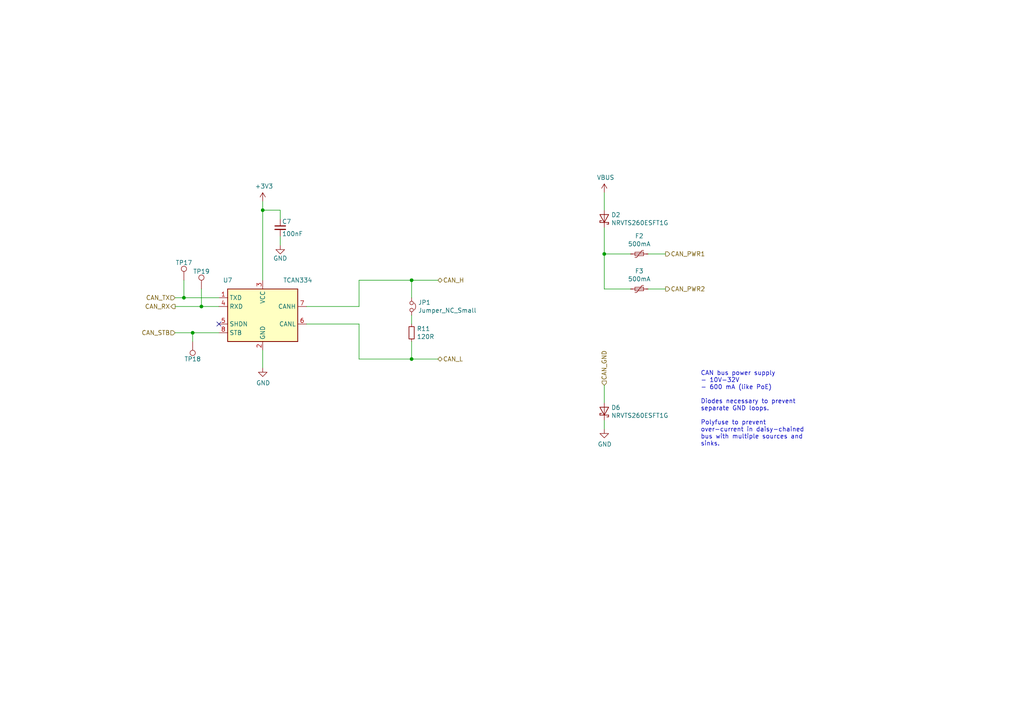
<source format=kicad_sch>
(kicad_sch (version 20230121) (generator eeschema)
  (paper "A4")
  (title_block (title "MPPT 4820 HC") (date "2021-01-06") (rev "0.2.3") (company "Copyright © 2020 Libre Solar Technologies GmbH") (comment 1 "Licensed under CERN-OHL-W version 2") (comment 2 "Author: Martin Jäger"))
  (lib_symbols
    (symbol "Connector:TestPoint" (pin_numbers hide) (pin_names (offset 0.762) hide)
      (property "Reference" "TP" (at 0 6.858 0))
      (property "Value" "TestPoint" (at 0 5.08 0))
      (symbol "TestPoint_0_1"
        (circle (center 0 3.302) (radius 0.762))
      )
      (symbol "TestPoint_1_1"
        (pin passive line (at 0 0 90) (length 2.54) (name "1") (number "1"))
      )
    )
    (symbol "Device:Polyfuse_Small" (pin_numbers hide) (pin_names (offset 0))
      (property "Reference" "F" (at -1.905 0 90))
      (property "Value" "Polyfuse_Small" (at 1.905 0 90))
      (symbol "Polyfuse_Small_0_1"
        (rectangle (start -0.508 1.27) (end 0.508 -1.27))
        (polyline (pts (xy 0 2.54) (xy 0 -2.54)))
        (polyline (pts (xy -1.016 1.27) (xy -1.016 0.762) (xy 1.016 -0.762) (xy 1.016 -1.27)))
      )
      (symbol "Polyfuse_Small_1_1"
        (pin passive line (at 0 2.54 270) (length 0.635) (name "~") (number "1"))
        (pin passive line (at 0 -2.54 90) (length 0.635) (name "~") (number "2"))
      )
    )
    (symbol "Interface_CAN_LIN:TCAN334"
      (property "Reference" "U" (at -10.16 8.89 0))
      (property "Value" "TCAN334" (at 2.54 8.89 0))
      (symbol "TCAN334_0_1"
        (rectangle (start -10.16 7.62) (end 10.16 -7.62) (stroke (width 0.254)) (fill (type background)))
      )
      (symbol "TCAN334_1_1"
        (pin input line (at -12.7 5.08 0) (length 2.54) (name "TXD") (number "1"))
        (pin power_in line (at 0 -10.16 90) (length 2.54) (name "GND") (number "2"))
        (pin power_in line (at 0 10.16 270) (length 2.54) (name "VCC") (number "3"))
        (pin tri_state line (at -12.7 2.54 0) (length 2.54) (name "RXD") (number "4"))
        (pin input line (at -12.7 -2.54 0) (length 2.54) (name "SHDN") (number "5"))
        (pin bidirectional line (at 12.7 -2.54 180) (length 2.54) (name "CANL") (number "6"))
        (pin bidirectional line (at 12.7 2.54 180) (length 2.54) (name "CANH") (number "7"))
        (pin input line (at -12.7 -5.08 0) (length 2.54) (name "STB") (number "8"))
      )
    )
    (symbol "Project:C" (pin_numbers hide) (pin_names (offset 0.254) hide)
      (property "Reference" "C" (at 0.635 1.905 0))
      (property "Value" "C" (at 0.635 -1.905 0))
      (symbol "C_0_1"
        (polyline (pts (xy -1.524 -0.508) (xy 1.524 -0.508)) (stroke (width 0.3302)))
        (polyline (pts (xy -1.524 0.508) (xy 0 0.508) (xy 1.524 0.508)) (stroke (width 0.3048)))
      )
      (symbol "C_1_1"
        (pin passive line (at 0 2.54 270) (length 1.905) (name "~") (number "1"))
        (pin passive line (at 0 -2.54 90) (length 2.032) (name "~") (number "2"))
      )
    )
    (symbol "mppt-2420-hc-rescue:+3.3V-power" (power) (pin_names (offset 0))
      (property "Value" "+3.3V-power" (at 0 3.556 0))
      (symbol "+3.3V-power_0_1"
        (polyline (pts (xy -0.762 1.27) (xy 0 2.54)))
        (polyline (pts (xy 0 0) (xy 0 2.54)))
        (polyline (pts (xy 0 2.54) (xy 0.762 1.27)))
      )
      (symbol "+3.3V-power_1_1"
        (pin power_in line (at 0 0 90) (length 0) hide (name "+3V3") (number "1"))
      )
    )
    (symbol "mppt-2420-hc-rescue:D_Schottky-LibreSolar" (pin_numbers hide) (pin_names (offset 0.254) hide)
      (property "Reference" "D" (at 0 2.54 0))
      (property "Value" "D_Schottky-LibreSolar" (at 0 -2.54 0))
      (symbol "D_Schottky-LibreSolar_0_1"
        (polyline (pts (xy -1.016 -1.27) (xy -1.016 1.27)) (stroke (width 0.2032)))
        (polyline (pts (xy 1.27 0) (xy -1.27 0)))
        (polyline (pts (xy -1.016 -1.27) (xy -1.524 -1.27) (xy -1.524 -0.762)) (stroke (width 0.2032)))
        (polyline (pts (xy -1.016 1.27) (xy -0.508 1.27) (xy -0.508 0.762)) (stroke (width 0.2032)))
        (polyline (pts (xy 1.27 -1.27) (xy -1.016 0) (xy 1.27 1.27) (xy 1.27 -1.27)) (stroke (width 0.2032)))
      )
      (symbol "D_Schottky-LibreSolar_1_1"
        (pin passive line (at -2.54 0 0) (length 1.27) (name "K") (number "1"))
        (pin passive line (at 2.54 0 180) (length 1.27) (name "A") (number "2"))
      )
    )
    (symbol "mppt-2420-hc-rescue:Jumper_NC_Small-LibreSolar" (pin_numbers hide) (pin_names (offset 0.762) hide)
      (property "Reference" "JP" (at 0 2.032 0))
      (symbol "Jumper_NC_Small-LibreSolar_0_1"
        (circle (center -1.016 0) (radius 0.508))
        (circle (center 1.016 0) (radius 0.508))
        (arc (start 1.016 0.762) (mid 0 1.1828) (end -1.016 0.762))
        (pin passive line (at -2.54 0 0) (length 1.016) (name "1") (number "1"))
        (pin passive line (at 2.54 0 180) (length 1.016) (name "2") (number "2"))
      )
    )
    (symbol "mppt-2420-hc-rescue:R-LibreSolar" (pin_numbers hide) (pin_names (offset 0.254) hide)
      (property "Reference" "R" (at -1.905 0 90))
      (property "Value" "R-LibreSolar" (at 1.905 0 90))
      (symbol "R-LibreSolar_0_1"
        (rectangle (start -0.762 1.778) (end 0.762 -1.778) (stroke (width 0.2032)))
      )
      (symbol "R-LibreSolar_1_1"
        (pin passive line (at 0 2.54 270) (length 0.762) (name "~") (number "1"))
        (pin passive line (at 0 -2.54 90) (length 0.762) (name "~") (number "2"))
      )
    )
    (symbol "power:GND" (power) (pin_names (offset 0))
      (property "Value" "GND" (at 0 -3.81 0))
      (symbol "GND_0_1"
        (polyline (pts (xy 0 0) (xy 0 -1.27) (xy 1.27 -1.27) (xy 0 -2.54) (xy -1.27 -1.27) (xy 0 -1.27)))
      )
      (symbol "GND_1_1"
        (pin power_in line (at 0 0 270) (length 0) hide (name "GND") (number "1"))
      )
    )
    (symbol "power:VBUS" (power) (pin_names (offset 0))
      (property "Value" "VBUS" (at 0 3.81 0))
      (symbol "VBUS_0_1"
        (polyline (pts (xy -0.762 1.27) (xy 0 2.54)))
        (polyline (pts (xy 0 0) (xy 0 2.54)))
        (polyline (pts (xy 0 2.54) (xy 0.762 1.27)))
      )
      (symbol "VBUS_1_1"
        (pin power_in line (at 0 0 90) (length 0) hide (name "VBUS") (number "1"))
      )
    )
  )
  (junction (at 58.42 88.9))
  (junction (at 55.88 96.52))
  (junction (at 175.26 73.66))
  (junction (at 76.2 60.96))
  (junction (at 53.34 86.36))
  (junction (at 119.38 104.14))
  (junction (at 119.38 81.28))
  (no_connect (at 63.5 93.98))
  (wire (pts (xy 127 81.28) (xy 119.38 81.28)))
  (wire (pts (xy 55.88 96.52) (xy 55.88 99.06)))
  (wire (pts (xy 63.5 86.36) (xy 53.34 86.36)))
  (wire (pts (xy 104.14 93.98) (xy 104.14 104.14)))
  (wire (pts (xy 63.5 88.9) (xy 58.42 88.9)))
  (wire (pts (xy 187.96 83.82) (xy 193.04 83.82)))
  (wire (pts (xy 53.34 81.28) (xy 53.34 86.36)))
  (wire (pts (xy 88.9 93.98) (xy 104.14 93.98)))
  (wire (pts (xy 55.88 96.52) (xy 50.8 96.52)))
  (wire (pts (xy 81.28 63.5) (xy 81.28 60.96)))
  (wire (pts (xy 76.2 60.96) (xy 76.2 58.42)))
  (wire (pts (xy 104.14 81.28) (xy 104.14 88.9)))
  (wire (pts (xy 175.26 73.66) (xy 175.26 66.04)))
  (wire (pts (xy 175.26 83.82) (xy 182.88 83.82)))
  (wire (pts (xy 104.14 81.28) (xy 119.38 81.28)))
  (wire (pts (xy 175.26 116.84) (xy 175.26 111.76)))
  (wire (pts (xy 58.42 88.9) (xy 50.8 88.9)))
  (wire (pts (xy 104.14 104.14) (xy 119.38 104.14)))
  (wire (pts (xy 193.04 73.66) (xy 187.96 73.66)))
  (wire (pts (xy 76.2 101.6) (xy 76.2 106.68)))
  (wire (pts (xy 119.38 81.28) (xy 119.38 86.36)))
  (wire (pts (xy 119.38 99.06) (xy 119.38 104.14)))
  (wire (pts (xy 119.38 91.44) (xy 119.38 93.98)))
  (wire (pts (xy 76.2 60.96) (xy 81.28 60.96)))
  (wire (pts (xy 76.2 81.28) (xy 76.2 60.96)))
  (wire (pts (xy 88.9 88.9) (xy 104.14 88.9)))
  (wire (pts (xy 81.28 68.58) (xy 81.28 71.12)))
  (wire (pts (xy 182.88 73.66) (xy 175.26 73.66)))
  (wire (pts (xy 58.42 83.82) (xy 58.42 88.9)))
  (wire (pts (xy 119.38 104.14) (xy 127 104.14)))
  (wire (pts (xy 175.26 121.92) (xy 175.26 124.46)))
  (wire (pts (xy 175.26 55.88) (xy 175.26 60.96)))
  (wire (pts (xy 175.26 73.66) (xy 175.26 83.82)))
  (wire (pts (xy 63.5 96.52) (xy 55.88 96.52)))
  (wire (pts (xy 53.34 86.36) (xy 50.8 86.36)))
  (text "CAN bus power supply\n- 10V-32V\n- 600 mA (like PoE)\n\nDiodes necessary to prevent\nseparate GND loops.\n\nPolyfuse to prevent \nover-current in daisy-chained \nbus with multiple sources and \nsinks." (at 203.2 129.54 0) (effects (font (size 1.27 1.27)) (justify left bottom)))
  (hierarchical_label "CAN_PWR1" (shape output) (at 193.04 73.66 0))
  (hierarchical_label "CAN_PWR2" (shape output) (at 193.04 83.82 0))
  (hierarchical_label "CAN_TX" (shape input) (at 50.8 86.36 180))
  (hierarchical_label "CAN_STB" (shape input) (at 50.8 96.52 180))
  (hierarchical_label "CAN_H" (shape bidirectional) (at 127 81.28 0))
  (hierarchical_label "CAN_GND" (shape input) (at 175.26 111.76 90))
  (hierarchical_label "CAN_RX" (shape output) (at 50.8 88.9 180))
  (hierarchical_label "CAN_L" (shape bidirectional) (at 127 104.14 0))
  (symbol (lib_id "Interface_CAN_LIN:TCAN334") (at 76.2 91.44 0) (unit 1)
    (property "Reference" "U7" (at 66.04 81.28 0))
    (property "Value" "TCAN334" (at 86.36 81.28 0))
    (property "Footprint" "LibreSolar:SOIC-8_3.9x4.9mm_Pitch1.27mm" (effects hide))
    (property "Datasheet" "http://www.ti.com/lit/ds/symlink/tcan337.pdf" (effects hide))
    (property "PartNumber" "TCAN334DR" (effects hide))
    (property "Manufacturer" "Texas Instruments" (effects hide))
    (property "Config" "+can" (effects hide))
  )
  (symbol (lib_id "mppt-2420-hc-rescue:Jumper_NC_Small-LibreSolar") (at 119.38 88.9 270) (unit 1)
    (property "Reference" "JP1" (at 121.2596 87.7316 90) (effects (justify left)))
    (property "Value" "Jumper_NC_Small" (at 121.2596 90.043 90) (effects (justify left)))
    (property "Footprint" "Connector_PinHeader_2.54mm:PinHeader_1x02_P2.54mm_Vertical" (effects hide))
    (property "Config" "+can" (effects hide))
  )
  (symbol (lib_id "mppt-2420-hc-rescue:R-LibreSolar") (at 119.38 96.52 0) (unit 1)
    (property "Reference" "R11" (at 120.8786 95.3516 0) (effects (justify left)))
    (property "Value" "120R" (at 120.8786 97.663 0) (effects (justify left)))
    (property "Footprint" "Resistor_SMD:R_1206_3216Metric" (effects hide))
    (property "Manufacturer" "any" (effects hide))
    (property "Remarks" "1%" (effects hide))
  )
  (symbol (lib_id "power:GND") (at 76.2 106.68 0) (unit 1)
    (property "Reference" "#PWR0107" (effects hide))
    (property "Value" "GND" (at 76.327 111.0742 0))
  )
  (symbol (lib_id "mppt-2420-hc-rescue:+3.3V-power") (at 76.2 58.42 0) (unit 1)
    (property "Reference" "#PWR0110" (effects hide))
    (property "Value" "+3.3V" (at 76.581 54.0258 0))
  )
  (symbol (lib_id "power:GND") (at 81.28 71.12 0) (unit 1)
    (property "Reference" "#PWR0111" (effects hide))
    (property "Value" "GND" (at 81.28 74.93 0))
  )
  (symbol (lib_id "Project:C") (at 81.28 66.04 0) (unit 1)
    (property "Reference" "C7" (at 81.788 64.262 0) (effects (justify left)))
    (property "Value" "100nF" (at 81.788 67.818 0) (effects (justify left)))
    (property "Footprint" "LibreSolar:C_0603_1608" (effects hide))
    (property "Manufacturer" "any" (effects hide))
    (property "Config" "+can" (effects hide))
  )
  (symbol (lib_id "power:VBUS") (at 175.26 55.88 0) (unit 1)
    (property "Reference" "#PWR0115" (effects hide))
    (property "Value" "VBUS" (at 175.641 51.4858 0))
  )
  (symbol (lib_id "mppt-2420-hc-rescue:D_Schottky-LibreSolar") (at 175.26 63.5 90) (unit 1)
    (property "Reference" "D2" (at 177.2666 62.3316 90) (effects (justify right)))
    (property "Value" "NRVTS260ESFT1G" (at 177.2666 64.643 90) (effects (justify right)))
    (property "Footprint" "Diode_SMD:D_SOD-123" (effects hide))
    (property "Config" "+can" (effects hide))
    (property "Manufacturer" "On Semiconductor" (effects hide))
    (property "PartNumber" "NRVTS260ESFT1G" (effects hide))
    (property "Remarks" "Alternative: Nexperia PMEG6020ER,115" (effects hide))
  )
  (symbol (lib_id "mppt-2420-hc-rescue:D_Schottky-LibreSolar") (at 175.26 119.38 90) (unit 1)
    (property "Reference" "D6" (at 177.2666 118.2116 90) (effects (justify right)))
    (property "Value" "NRVTS260ESFT1G" (at 177.2666 120.523 90) (effects (justify right)))
    (property "Footprint" "Diode_SMD:D_SOD-123" (effects hide))
    (property "Manufacturer" "On Semiconductor" (effects hide))
    (property "PartNumber" "NRVTS260ESFT1G" (effects hide))
    (property "Remarks" "Alternative: Nexperia PMEG6020ER,115" (effects hide))
    (property "Config" "+can" (effects hide))
  )
  (symbol (lib_id "power:GND") (at 175.26 124.46 0) (unit 1)
    (property "Reference" "#PWR0123" (effects hide))
    (property "Value" "GND" (at 175.387 128.8542 0))
  )
  (symbol (lib_id "Device:Polyfuse_Small") (at 185.42 73.66 270) (unit 1)
    (property "Reference" "F2" (at 185.42 68.453 90))
    (property "Value" "500mA" (at 185.42 70.7644 90))
    (property "Footprint" "Fuse:Fuse_1206_3216Metric" (effects hide))
    (property "Config" "+can" (effects hide))
    (property "Manufacturer" "Bel Fuse" (effects hide))
    (property "PartNumber" "0ZCJ0050AF2E" (effects hide))
  )
  (symbol (lib_id "Device:Polyfuse_Small") (at 185.42 83.82 270) (unit 1)
    (property "Reference" "F3" (at 185.42 78.613 90))
    (property "Value" "500mA" (at 185.42 80.9244 90))
    (property "Footprint" "Fuse:Fuse_1206_3216Metric" (effects hide))
    (property "Config" "+can" (effects hide))
    (property "Manufacturer" "Bel Fuse" (effects hide))
    (property "PartNumber" "0ZCJ0050AF2E" (effects hide))
  )
  (symbol (lib_id "Connector:TestPoint") (at 58.42 83.82 0) (unit 1)
    (property "Reference" "TP19" (at 58.42 78.74 0))
    (property "Value" "1.5mm" (effects hide))
    (property "Footprint" "TestPoint:TestPoint_Pad_D1.5mm" (effects hide))
    (property "Config" "+info" (effects hide))
  )
  (symbol (lib_id "Connector:TestPoint") (at 55.88 99.06 180) (unit 1)
    (property "Reference" "TP18" (at 55.88 104.14 0))
    (property "Value" "1.5mm" (effects hide))
    (property "Footprint" "TestPoint:TestPoint_Pad_D1.5mm" (effects hide))
    (property "Config" "+info" (effects hide))
  )
  (symbol (lib_id "Connector:TestPoint") (at 53.34 81.28 0) (unit 1)
    (property "Reference" "TP17" (at 53.34 76.2 0))
    (property "Value" "1.5mm" (effects hide))
    (property "Footprint" "TestPoint:TestPoint_Pad_D1.5mm" (effects hide))
    (property "Config" "+info" (effects hide))
  )
)
</source>
